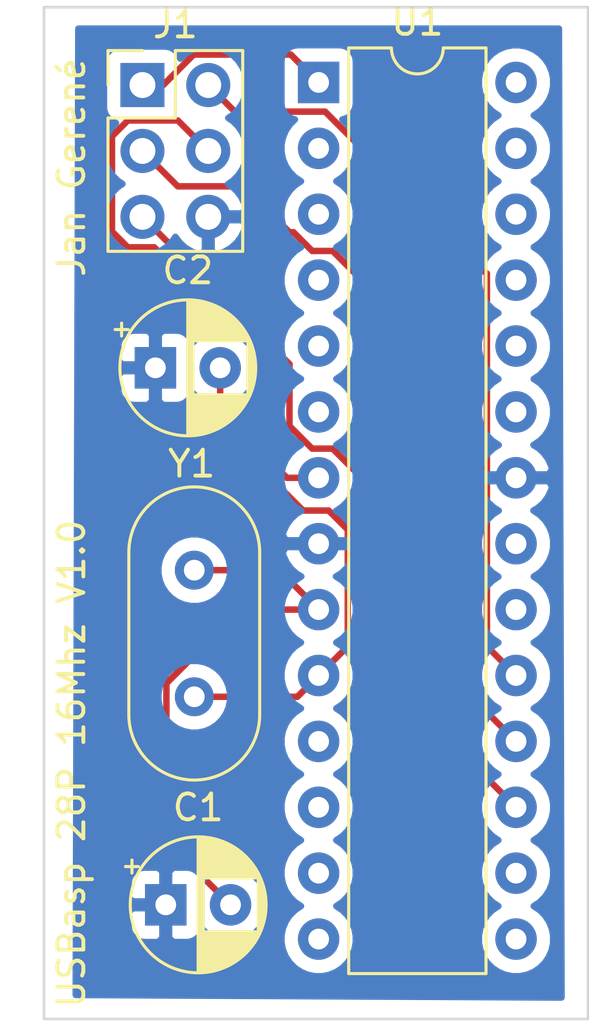
<source format=kicad_pcb>
(kicad_pcb (version 20171130) (host pcbnew "(5.1.7)-1")

  (general
    (thickness 1.6)
    (drawings 6)
    (tracks 53)
    (zones 0)
    (modules 5)
    (nets 9)
  )

  (page A4)
  (layers
    (0 F.Cu signal)
    (31 B.Cu signal hide)
    (32 B.Adhes user)
    (33 F.Adhes user)
    (34 B.Paste user)
    (35 F.Paste user)
    (36 B.SilkS user)
    (37 F.SilkS user)
    (38 B.Mask user)
    (39 F.Mask user)
    (40 Dwgs.User user)
    (41 Cmts.User user)
    (42 Eco1.User user)
    (43 Eco2.User user)
    (44 Edge.Cuts user)
    (45 Margin user)
    (46 B.CrtYd user)
    (47 F.CrtYd user)
    (48 B.Fab user)
    (49 F.Fab user)
  )

  (setup
    (last_trace_width 0.25)
    (trace_clearance 0.2)
    (zone_clearance 0.508)
    (zone_45_only no)
    (trace_min 0.2)
    (via_size 0.8)
    (via_drill 0.4)
    (via_min_size 0.4)
    (via_min_drill 0.3)
    (uvia_size 0.3)
    (uvia_drill 0.1)
    (uvias_allowed no)
    (uvia_min_size 0.2)
    (uvia_min_drill 0.1)
    (edge_width 0.05)
    (segment_width 0.2)
    (pcb_text_width 0.3)
    (pcb_text_size 1.5 1.5)
    (mod_edge_width 0.12)
    (mod_text_size 1 1)
    (mod_text_width 0.15)
    (pad_size 1.524 1.524)
    (pad_drill 0.762)
    (pad_to_mask_clearance 0)
    (aux_axis_origin 0 0)
    (visible_elements FFFFFF7F)
    (pcbplotparams
      (layerselection 0x010f0_ffffffff)
      (usegerberextensions false)
      (usegerberattributes true)
      (usegerberadvancedattributes true)
      (creategerberjobfile true)
      (excludeedgelayer true)
      (linewidth 0.100000)
      (plotframeref false)
      (viasonmask false)
      (mode 1)
      (useauxorigin false)
      (hpglpennumber 1)
      (hpglpenspeed 20)
      (hpglpendiameter 15.000000)
      (psnegative false)
      (psa4output false)
      (plotreference true)
      (plotvalue true)
      (plotinvisibletext false)
      (padsonsilk true)
      (subtractmaskfromsilk false)
      (outputformat 1)
      (mirror false)
      (drillshape 0)
      (scaleselection 1)
      (outputdirectory "gerbers/"))
  )

  (net 0 "")
  (net 1 GND)
  (net 2 "Net-(C1-Pad2)")
  (net 3 "Net-(C2-Pad2)")
  (net 4 "Net-(J1-Pad1)")
  (net 5 "Net-(J1-Pad2)")
  (net 6 "Net-(J1-Pad3)")
  (net 7 "Net-(J1-Pad4)")
  (net 8 "Net-(J1-Pad5)")

  (net_class Default "This is the default net class."
    (clearance 0.2)
    (trace_width 0.25)
    (via_dia 0.8)
    (via_drill 0.4)
    (uvia_dia 0.3)
    (uvia_drill 0.1)
    (add_net GND)
    (add_net "Net-(C1-Pad2)")
    (add_net "Net-(C2-Pad2)")
    (add_net "Net-(J1-Pad1)")
    (add_net "Net-(J1-Pad2)")
    (add_net "Net-(J1-Pad3)")
    (add_net "Net-(J1-Pad4)")
    (add_net "Net-(J1-Pad5)")
  )

  (module Capacitor_THT:CP_Radial_D5.0mm_P2.50mm (layer F.Cu) (tedit 5AE50EF0) (tstamp 5FC94EED)
    (at 134.7 118.6)
    (descr "CP, Radial series, Radial, pin pitch=2.50mm, , diameter=5mm, Electrolytic Capacitor")
    (tags "CP Radial series Radial pin pitch 2.50mm  diameter 5mm Electrolytic Capacitor")
    (path /5FC924BC)
    (fp_text reference C1 (at 1.25 -3.75) (layer F.SilkS)
      (effects (font (size 1 1) (thickness 0.15)))
    )
    (fp_text value 22pF (at 1.25 3.75) (layer F.Fab)
      (effects (font (size 1 1) (thickness 0.15)))
    )
    (fp_line (start -1.304775 -1.725) (end -1.304775 -1.225) (layer F.SilkS) (width 0.12))
    (fp_line (start -1.554775 -1.475) (end -1.054775 -1.475) (layer F.SilkS) (width 0.12))
    (fp_line (start 3.851 -0.284) (end 3.851 0.284) (layer F.SilkS) (width 0.12))
    (fp_line (start 3.811 -0.518) (end 3.811 0.518) (layer F.SilkS) (width 0.12))
    (fp_line (start 3.771 -0.677) (end 3.771 0.677) (layer F.SilkS) (width 0.12))
    (fp_line (start 3.731 -0.805) (end 3.731 0.805) (layer F.SilkS) (width 0.12))
    (fp_line (start 3.691 -0.915) (end 3.691 0.915) (layer F.SilkS) (width 0.12))
    (fp_line (start 3.651 -1.011) (end 3.651 1.011) (layer F.SilkS) (width 0.12))
    (fp_line (start 3.611 -1.098) (end 3.611 1.098) (layer F.SilkS) (width 0.12))
    (fp_line (start 3.571 -1.178) (end 3.571 1.178) (layer F.SilkS) (width 0.12))
    (fp_line (start 3.531 1.04) (end 3.531 1.251) (layer F.SilkS) (width 0.12))
    (fp_line (start 3.531 -1.251) (end 3.531 -1.04) (layer F.SilkS) (width 0.12))
    (fp_line (start 3.491 1.04) (end 3.491 1.319) (layer F.SilkS) (width 0.12))
    (fp_line (start 3.491 -1.319) (end 3.491 -1.04) (layer F.SilkS) (width 0.12))
    (fp_line (start 3.451 1.04) (end 3.451 1.383) (layer F.SilkS) (width 0.12))
    (fp_line (start 3.451 -1.383) (end 3.451 -1.04) (layer F.SilkS) (width 0.12))
    (fp_line (start 3.411 1.04) (end 3.411 1.443) (layer F.SilkS) (width 0.12))
    (fp_line (start 3.411 -1.443) (end 3.411 -1.04) (layer F.SilkS) (width 0.12))
    (fp_line (start 3.371 1.04) (end 3.371 1.5) (layer F.SilkS) (width 0.12))
    (fp_line (start 3.371 -1.5) (end 3.371 -1.04) (layer F.SilkS) (width 0.12))
    (fp_line (start 3.331 1.04) (end 3.331 1.554) (layer F.SilkS) (width 0.12))
    (fp_line (start 3.331 -1.554) (end 3.331 -1.04) (layer F.SilkS) (width 0.12))
    (fp_line (start 3.291 1.04) (end 3.291 1.605) (layer F.SilkS) (width 0.12))
    (fp_line (start 3.291 -1.605) (end 3.291 -1.04) (layer F.SilkS) (width 0.12))
    (fp_line (start 3.251 1.04) (end 3.251 1.653) (layer F.SilkS) (width 0.12))
    (fp_line (start 3.251 -1.653) (end 3.251 -1.04) (layer F.SilkS) (width 0.12))
    (fp_line (start 3.211 1.04) (end 3.211 1.699) (layer F.SilkS) (width 0.12))
    (fp_line (start 3.211 -1.699) (end 3.211 -1.04) (layer F.SilkS) (width 0.12))
    (fp_line (start 3.171 1.04) (end 3.171 1.743) (layer F.SilkS) (width 0.12))
    (fp_line (start 3.171 -1.743) (end 3.171 -1.04) (layer F.SilkS) (width 0.12))
    (fp_line (start 3.131 1.04) (end 3.131 1.785) (layer F.SilkS) (width 0.12))
    (fp_line (start 3.131 -1.785) (end 3.131 -1.04) (layer F.SilkS) (width 0.12))
    (fp_line (start 3.091 1.04) (end 3.091 1.826) (layer F.SilkS) (width 0.12))
    (fp_line (start 3.091 -1.826) (end 3.091 -1.04) (layer F.SilkS) (width 0.12))
    (fp_line (start 3.051 1.04) (end 3.051 1.864) (layer F.SilkS) (width 0.12))
    (fp_line (start 3.051 -1.864) (end 3.051 -1.04) (layer F.SilkS) (width 0.12))
    (fp_line (start 3.011 1.04) (end 3.011 1.901) (layer F.SilkS) (width 0.12))
    (fp_line (start 3.011 -1.901) (end 3.011 -1.04) (layer F.SilkS) (width 0.12))
    (fp_line (start 2.971 1.04) (end 2.971 1.937) (layer F.SilkS) (width 0.12))
    (fp_line (start 2.971 -1.937) (end 2.971 -1.04) (layer F.SilkS) (width 0.12))
    (fp_line (start 2.931 1.04) (end 2.931 1.971) (layer F.SilkS) (width 0.12))
    (fp_line (start 2.931 -1.971) (end 2.931 -1.04) (layer F.SilkS) (width 0.12))
    (fp_line (start 2.891 1.04) (end 2.891 2.004) (layer F.SilkS) (width 0.12))
    (fp_line (start 2.891 -2.004) (end 2.891 -1.04) (layer F.SilkS) (width 0.12))
    (fp_line (start 2.851 1.04) (end 2.851 2.035) (layer F.SilkS) (width 0.12))
    (fp_line (start 2.851 -2.035) (end 2.851 -1.04) (layer F.SilkS) (width 0.12))
    (fp_line (start 2.811 1.04) (end 2.811 2.065) (layer F.SilkS) (width 0.12))
    (fp_line (start 2.811 -2.065) (end 2.811 -1.04) (layer F.SilkS) (width 0.12))
    (fp_line (start 2.771 1.04) (end 2.771 2.095) (layer F.SilkS) (width 0.12))
    (fp_line (start 2.771 -2.095) (end 2.771 -1.04) (layer F.SilkS) (width 0.12))
    (fp_line (start 2.731 1.04) (end 2.731 2.122) (layer F.SilkS) (width 0.12))
    (fp_line (start 2.731 -2.122) (end 2.731 -1.04) (layer F.SilkS) (width 0.12))
    (fp_line (start 2.691 1.04) (end 2.691 2.149) (layer F.SilkS) (width 0.12))
    (fp_line (start 2.691 -2.149) (end 2.691 -1.04) (layer F.SilkS) (width 0.12))
    (fp_line (start 2.651 1.04) (end 2.651 2.175) (layer F.SilkS) (width 0.12))
    (fp_line (start 2.651 -2.175) (end 2.651 -1.04) (layer F.SilkS) (width 0.12))
    (fp_line (start 2.611 1.04) (end 2.611 2.2) (layer F.SilkS) (width 0.12))
    (fp_line (start 2.611 -2.2) (end 2.611 -1.04) (layer F.SilkS) (width 0.12))
    (fp_line (start 2.571 1.04) (end 2.571 2.224) (layer F.SilkS) (width 0.12))
    (fp_line (start 2.571 -2.224) (end 2.571 -1.04) (layer F.SilkS) (width 0.12))
    (fp_line (start 2.531 1.04) (end 2.531 2.247) (layer F.SilkS) (width 0.12))
    (fp_line (start 2.531 -2.247) (end 2.531 -1.04) (layer F.SilkS) (width 0.12))
    (fp_line (start 2.491 1.04) (end 2.491 2.268) (layer F.SilkS) (width 0.12))
    (fp_line (start 2.491 -2.268) (end 2.491 -1.04) (layer F.SilkS) (width 0.12))
    (fp_line (start 2.451 1.04) (end 2.451 2.29) (layer F.SilkS) (width 0.12))
    (fp_line (start 2.451 -2.29) (end 2.451 -1.04) (layer F.SilkS) (width 0.12))
    (fp_line (start 2.411 1.04) (end 2.411 2.31) (layer F.SilkS) (width 0.12))
    (fp_line (start 2.411 -2.31) (end 2.411 -1.04) (layer F.SilkS) (width 0.12))
    (fp_line (start 2.371 1.04) (end 2.371 2.329) (layer F.SilkS) (width 0.12))
    (fp_line (start 2.371 -2.329) (end 2.371 -1.04) (layer F.SilkS) (width 0.12))
    (fp_line (start 2.331 1.04) (end 2.331 2.348) (layer F.SilkS) (width 0.12))
    (fp_line (start 2.331 -2.348) (end 2.331 -1.04) (layer F.SilkS) (width 0.12))
    (fp_line (start 2.291 1.04) (end 2.291 2.365) (layer F.SilkS) (width 0.12))
    (fp_line (start 2.291 -2.365) (end 2.291 -1.04) (layer F.SilkS) (width 0.12))
    (fp_line (start 2.251 1.04) (end 2.251 2.382) (layer F.SilkS) (width 0.12))
    (fp_line (start 2.251 -2.382) (end 2.251 -1.04) (layer F.SilkS) (width 0.12))
    (fp_line (start 2.211 1.04) (end 2.211 2.398) (layer F.SilkS) (width 0.12))
    (fp_line (start 2.211 -2.398) (end 2.211 -1.04) (layer F.SilkS) (width 0.12))
    (fp_line (start 2.171 1.04) (end 2.171 2.414) (layer F.SilkS) (width 0.12))
    (fp_line (start 2.171 -2.414) (end 2.171 -1.04) (layer F.SilkS) (width 0.12))
    (fp_line (start 2.131 1.04) (end 2.131 2.428) (layer F.SilkS) (width 0.12))
    (fp_line (start 2.131 -2.428) (end 2.131 -1.04) (layer F.SilkS) (width 0.12))
    (fp_line (start 2.091 1.04) (end 2.091 2.442) (layer F.SilkS) (width 0.12))
    (fp_line (start 2.091 -2.442) (end 2.091 -1.04) (layer F.SilkS) (width 0.12))
    (fp_line (start 2.051 1.04) (end 2.051 2.455) (layer F.SilkS) (width 0.12))
    (fp_line (start 2.051 -2.455) (end 2.051 -1.04) (layer F.SilkS) (width 0.12))
    (fp_line (start 2.011 1.04) (end 2.011 2.468) (layer F.SilkS) (width 0.12))
    (fp_line (start 2.011 -2.468) (end 2.011 -1.04) (layer F.SilkS) (width 0.12))
    (fp_line (start 1.971 1.04) (end 1.971 2.48) (layer F.SilkS) (width 0.12))
    (fp_line (start 1.971 -2.48) (end 1.971 -1.04) (layer F.SilkS) (width 0.12))
    (fp_line (start 1.93 1.04) (end 1.93 2.491) (layer F.SilkS) (width 0.12))
    (fp_line (start 1.93 -2.491) (end 1.93 -1.04) (layer F.SilkS) (width 0.12))
    (fp_line (start 1.89 1.04) (end 1.89 2.501) (layer F.SilkS) (width 0.12))
    (fp_line (start 1.89 -2.501) (end 1.89 -1.04) (layer F.SilkS) (width 0.12))
    (fp_line (start 1.85 1.04) (end 1.85 2.511) (layer F.SilkS) (width 0.12))
    (fp_line (start 1.85 -2.511) (end 1.85 -1.04) (layer F.SilkS) (width 0.12))
    (fp_line (start 1.81 1.04) (end 1.81 2.52) (layer F.SilkS) (width 0.12))
    (fp_line (start 1.81 -2.52) (end 1.81 -1.04) (layer F.SilkS) (width 0.12))
    (fp_line (start 1.77 1.04) (end 1.77 2.528) (layer F.SilkS) (width 0.12))
    (fp_line (start 1.77 -2.528) (end 1.77 -1.04) (layer F.SilkS) (width 0.12))
    (fp_line (start 1.73 1.04) (end 1.73 2.536) (layer F.SilkS) (width 0.12))
    (fp_line (start 1.73 -2.536) (end 1.73 -1.04) (layer F.SilkS) (width 0.12))
    (fp_line (start 1.69 1.04) (end 1.69 2.543) (layer F.SilkS) (width 0.12))
    (fp_line (start 1.69 -2.543) (end 1.69 -1.04) (layer F.SilkS) (width 0.12))
    (fp_line (start 1.65 1.04) (end 1.65 2.55) (layer F.SilkS) (width 0.12))
    (fp_line (start 1.65 -2.55) (end 1.65 -1.04) (layer F.SilkS) (width 0.12))
    (fp_line (start 1.61 1.04) (end 1.61 2.556) (layer F.SilkS) (width 0.12))
    (fp_line (start 1.61 -2.556) (end 1.61 -1.04) (layer F.SilkS) (width 0.12))
    (fp_line (start 1.57 1.04) (end 1.57 2.561) (layer F.SilkS) (width 0.12))
    (fp_line (start 1.57 -2.561) (end 1.57 -1.04) (layer F.SilkS) (width 0.12))
    (fp_line (start 1.53 1.04) (end 1.53 2.565) (layer F.SilkS) (width 0.12))
    (fp_line (start 1.53 -2.565) (end 1.53 -1.04) (layer F.SilkS) (width 0.12))
    (fp_line (start 1.49 1.04) (end 1.49 2.569) (layer F.SilkS) (width 0.12))
    (fp_line (start 1.49 -2.569) (end 1.49 -1.04) (layer F.SilkS) (width 0.12))
    (fp_line (start 1.45 -2.573) (end 1.45 2.573) (layer F.SilkS) (width 0.12))
    (fp_line (start 1.41 -2.576) (end 1.41 2.576) (layer F.SilkS) (width 0.12))
    (fp_line (start 1.37 -2.578) (end 1.37 2.578) (layer F.SilkS) (width 0.12))
    (fp_line (start 1.33 -2.579) (end 1.33 2.579) (layer F.SilkS) (width 0.12))
    (fp_line (start 1.29 -2.58) (end 1.29 2.58) (layer F.SilkS) (width 0.12))
    (fp_line (start 1.25 -2.58) (end 1.25 2.58) (layer F.SilkS) (width 0.12))
    (fp_line (start -0.633605 -1.3375) (end -0.633605 -0.8375) (layer F.Fab) (width 0.1))
    (fp_line (start -0.883605 -1.0875) (end -0.383605 -1.0875) (layer F.Fab) (width 0.1))
    (fp_circle (center 1.25 0) (end 4 0) (layer F.CrtYd) (width 0.05))
    (fp_circle (center 1.25 0) (end 3.87 0) (layer F.SilkS) (width 0.12))
    (fp_circle (center 1.25 0) (end 3.75 0) (layer F.Fab) (width 0.1))
    (fp_text user %R (at 1.25 0) (layer F.Fab)
      (effects (font (size 1 1) (thickness 0.15)))
    )
    (pad 1 thru_hole rect (at 0 0) (size 1.6 1.6) (drill 0.8) (layers *.Cu *.Mask)
      (net 1 GND))
    (pad 2 thru_hole circle (at 2.5 0) (size 1.6 1.6) (drill 0.8) (layers *.Cu *.Mask)
      (net 2 "Net-(C1-Pad2)"))
    (model ${KISYS3DMOD}/Capacitor_THT.3dshapes/CP_Radial_D5.0mm_P2.50mm.wrl
      (at (xyz 0 0 0))
      (scale (xyz 1 1 1))
      (rotate (xyz 0 0 0))
    )
  )

  (module Capacitor_THT:CP_Radial_D5.0mm_P2.50mm (layer F.Cu) (tedit 5AE50EF0) (tstamp 5FC94F71)
    (at 134.3 97.9)
    (descr "CP, Radial series, Radial, pin pitch=2.50mm, , diameter=5mm, Electrolytic Capacitor")
    (tags "CP Radial series Radial pin pitch 2.50mm  diameter 5mm Electrolytic Capacitor")
    (path /5FC92A4D)
    (fp_text reference C2 (at 1.25 -3.75) (layer F.SilkS)
      (effects (font (size 1 1) (thickness 0.15)))
    )
    (fp_text value 22pF (at 1.25 3.75) (layer F.Fab)
      (effects (font (size 1 1) (thickness 0.15)))
    )
    (fp_text user %R (at 1.25 0) (layer F.Fab)
      (effects (font (size 1 1) (thickness 0.15)))
    )
    (fp_circle (center 1.25 0) (end 3.75 0) (layer F.Fab) (width 0.1))
    (fp_circle (center 1.25 0) (end 3.87 0) (layer F.SilkS) (width 0.12))
    (fp_circle (center 1.25 0) (end 4 0) (layer F.CrtYd) (width 0.05))
    (fp_line (start -0.883605 -1.0875) (end -0.383605 -1.0875) (layer F.Fab) (width 0.1))
    (fp_line (start -0.633605 -1.3375) (end -0.633605 -0.8375) (layer F.Fab) (width 0.1))
    (fp_line (start 1.25 -2.58) (end 1.25 2.58) (layer F.SilkS) (width 0.12))
    (fp_line (start 1.29 -2.58) (end 1.29 2.58) (layer F.SilkS) (width 0.12))
    (fp_line (start 1.33 -2.579) (end 1.33 2.579) (layer F.SilkS) (width 0.12))
    (fp_line (start 1.37 -2.578) (end 1.37 2.578) (layer F.SilkS) (width 0.12))
    (fp_line (start 1.41 -2.576) (end 1.41 2.576) (layer F.SilkS) (width 0.12))
    (fp_line (start 1.45 -2.573) (end 1.45 2.573) (layer F.SilkS) (width 0.12))
    (fp_line (start 1.49 -2.569) (end 1.49 -1.04) (layer F.SilkS) (width 0.12))
    (fp_line (start 1.49 1.04) (end 1.49 2.569) (layer F.SilkS) (width 0.12))
    (fp_line (start 1.53 -2.565) (end 1.53 -1.04) (layer F.SilkS) (width 0.12))
    (fp_line (start 1.53 1.04) (end 1.53 2.565) (layer F.SilkS) (width 0.12))
    (fp_line (start 1.57 -2.561) (end 1.57 -1.04) (layer F.SilkS) (width 0.12))
    (fp_line (start 1.57 1.04) (end 1.57 2.561) (layer F.SilkS) (width 0.12))
    (fp_line (start 1.61 -2.556) (end 1.61 -1.04) (layer F.SilkS) (width 0.12))
    (fp_line (start 1.61 1.04) (end 1.61 2.556) (layer F.SilkS) (width 0.12))
    (fp_line (start 1.65 -2.55) (end 1.65 -1.04) (layer F.SilkS) (width 0.12))
    (fp_line (start 1.65 1.04) (end 1.65 2.55) (layer F.SilkS) (width 0.12))
    (fp_line (start 1.69 -2.543) (end 1.69 -1.04) (layer F.SilkS) (width 0.12))
    (fp_line (start 1.69 1.04) (end 1.69 2.543) (layer F.SilkS) (width 0.12))
    (fp_line (start 1.73 -2.536) (end 1.73 -1.04) (layer F.SilkS) (width 0.12))
    (fp_line (start 1.73 1.04) (end 1.73 2.536) (layer F.SilkS) (width 0.12))
    (fp_line (start 1.77 -2.528) (end 1.77 -1.04) (layer F.SilkS) (width 0.12))
    (fp_line (start 1.77 1.04) (end 1.77 2.528) (layer F.SilkS) (width 0.12))
    (fp_line (start 1.81 -2.52) (end 1.81 -1.04) (layer F.SilkS) (width 0.12))
    (fp_line (start 1.81 1.04) (end 1.81 2.52) (layer F.SilkS) (width 0.12))
    (fp_line (start 1.85 -2.511) (end 1.85 -1.04) (layer F.SilkS) (width 0.12))
    (fp_line (start 1.85 1.04) (end 1.85 2.511) (layer F.SilkS) (width 0.12))
    (fp_line (start 1.89 -2.501) (end 1.89 -1.04) (layer F.SilkS) (width 0.12))
    (fp_line (start 1.89 1.04) (end 1.89 2.501) (layer F.SilkS) (width 0.12))
    (fp_line (start 1.93 -2.491) (end 1.93 -1.04) (layer F.SilkS) (width 0.12))
    (fp_line (start 1.93 1.04) (end 1.93 2.491) (layer F.SilkS) (width 0.12))
    (fp_line (start 1.971 -2.48) (end 1.971 -1.04) (layer F.SilkS) (width 0.12))
    (fp_line (start 1.971 1.04) (end 1.971 2.48) (layer F.SilkS) (width 0.12))
    (fp_line (start 2.011 -2.468) (end 2.011 -1.04) (layer F.SilkS) (width 0.12))
    (fp_line (start 2.011 1.04) (end 2.011 2.468) (layer F.SilkS) (width 0.12))
    (fp_line (start 2.051 -2.455) (end 2.051 -1.04) (layer F.SilkS) (width 0.12))
    (fp_line (start 2.051 1.04) (end 2.051 2.455) (layer F.SilkS) (width 0.12))
    (fp_line (start 2.091 -2.442) (end 2.091 -1.04) (layer F.SilkS) (width 0.12))
    (fp_line (start 2.091 1.04) (end 2.091 2.442) (layer F.SilkS) (width 0.12))
    (fp_line (start 2.131 -2.428) (end 2.131 -1.04) (layer F.SilkS) (width 0.12))
    (fp_line (start 2.131 1.04) (end 2.131 2.428) (layer F.SilkS) (width 0.12))
    (fp_line (start 2.171 -2.414) (end 2.171 -1.04) (layer F.SilkS) (width 0.12))
    (fp_line (start 2.171 1.04) (end 2.171 2.414) (layer F.SilkS) (width 0.12))
    (fp_line (start 2.211 -2.398) (end 2.211 -1.04) (layer F.SilkS) (width 0.12))
    (fp_line (start 2.211 1.04) (end 2.211 2.398) (layer F.SilkS) (width 0.12))
    (fp_line (start 2.251 -2.382) (end 2.251 -1.04) (layer F.SilkS) (width 0.12))
    (fp_line (start 2.251 1.04) (end 2.251 2.382) (layer F.SilkS) (width 0.12))
    (fp_line (start 2.291 -2.365) (end 2.291 -1.04) (layer F.SilkS) (width 0.12))
    (fp_line (start 2.291 1.04) (end 2.291 2.365) (layer F.SilkS) (width 0.12))
    (fp_line (start 2.331 -2.348) (end 2.331 -1.04) (layer F.SilkS) (width 0.12))
    (fp_line (start 2.331 1.04) (end 2.331 2.348) (layer F.SilkS) (width 0.12))
    (fp_line (start 2.371 -2.329) (end 2.371 -1.04) (layer F.SilkS) (width 0.12))
    (fp_line (start 2.371 1.04) (end 2.371 2.329) (layer F.SilkS) (width 0.12))
    (fp_line (start 2.411 -2.31) (end 2.411 -1.04) (layer F.SilkS) (width 0.12))
    (fp_line (start 2.411 1.04) (end 2.411 2.31) (layer F.SilkS) (width 0.12))
    (fp_line (start 2.451 -2.29) (end 2.451 -1.04) (layer F.SilkS) (width 0.12))
    (fp_line (start 2.451 1.04) (end 2.451 2.29) (layer F.SilkS) (width 0.12))
    (fp_line (start 2.491 -2.268) (end 2.491 -1.04) (layer F.SilkS) (width 0.12))
    (fp_line (start 2.491 1.04) (end 2.491 2.268) (layer F.SilkS) (width 0.12))
    (fp_line (start 2.531 -2.247) (end 2.531 -1.04) (layer F.SilkS) (width 0.12))
    (fp_line (start 2.531 1.04) (end 2.531 2.247) (layer F.SilkS) (width 0.12))
    (fp_line (start 2.571 -2.224) (end 2.571 -1.04) (layer F.SilkS) (width 0.12))
    (fp_line (start 2.571 1.04) (end 2.571 2.224) (layer F.SilkS) (width 0.12))
    (fp_line (start 2.611 -2.2) (end 2.611 -1.04) (layer F.SilkS) (width 0.12))
    (fp_line (start 2.611 1.04) (end 2.611 2.2) (layer F.SilkS) (width 0.12))
    (fp_line (start 2.651 -2.175) (end 2.651 -1.04) (layer F.SilkS) (width 0.12))
    (fp_line (start 2.651 1.04) (end 2.651 2.175) (layer F.SilkS) (width 0.12))
    (fp_line (start 2.691 -2.149) (end 2.691 -1.04) (layer F.SilkS) (width 0.12))
    (fp_line (start 2.691 1.04) (end 2.691 2.149) (layer F.SilkS) (width 0.12))
    (fp_line (start 2.731 -2.122) (end 2.731 -1.04) (layer F.SilkS) (width 0.12))
    (fp_line (start 2.731 1.04) (end 2.731 2.122) (layer F.SilkS) (width 0.12))
    (fp_line (start 2.771 -2.095) (end 2.771 -1.04) (layer F.SilkS) (width 0.12))
    (fp_line (start 2.771 1.04) (end 2.771 2.095) (layer F.SilkS) (width 0.12))
    (fp_line (start 2.811 -2.065) (end 2.811 -1.04) (layer F.SilkS) (width 0.12))
    (fp_line (start 2.811 1.04) (end 2.811 2.065) (layer F.SilkS) (width 0.12))
    (fp_line (start 2.851 -2.035) (end 2.851 -1.04) (layer F.SilkS) (width 0.12))
    (fp_line (start 2.851 1.04) (end 2.851 2.035) (layer F.SilkS) (width 0.12))
    (fp_line (start 2.891 -2.004) (end 2.891 -1.04) (layer F.SilkS) (width 0.12))
    (fp_line (start 2.891 1.04) (end 2.891 2.004) (layer F.SilkS) (width 0.12))
    (fp_line (start 2.931 -1.971) (end 2.931 -1.04) (layer F.SilkS) (width 0.12))
    (fp_line (start 2.931 1.04) (end 2.931 1.971) (layer F.SilkS) (width 0.12))
    (fp_line (start 2.971 -1.937) (end 2.971 -1.04) (layer F.SilkS) (width 0.12))
    (fp_line (start 2.971 1.04) (end 2.971 1.937) (layer F.SilkS) (width 0.12))
    (fp_line (start 3.011 -1.901) (end 3.011 -1.04) (layer F.SilkS) (width 0.12))
    (fp_line (start 3.011 1.04) (end 3.011 1.901) (layer F.SilkS) (width 0.12))
    (fp_line (start 3.051 -1.864) (end 3.051 -1.04) (layer F.SilkS) (width 0.12))
    (fp_line (start 3.051 1.04) (end 3.051 1.864) (layer F.SilkS) (width 0.12))
    (fp_line (start 3.091 -1.826) (end 3.091 -1.04) (layer F.SilkS) (width 0.12))
    (fp_line (start 3.091 1.04) (end 3.091 1.826) (layer F.SilkS) (width 0.12))
    (fp_line (start 3.131 -1.785) (end 3.131 -1.04) (layer F.SilkS) (width 0.12))
    (fp_line (start 3.131 1.04) (end 3.131 1.785) (layer F.SilkS) (width 0.12))
    (fp_line (start 3.171 -1.743) (end 3.171 -1.04) (layer F.SilkS) (width 0.12))
    (fp_line (start 3.171 1.04) (end 3.171 1.743) (layer F.SilkS) (width 0.12))
    (fp_line (start 3.211 -1.699) (end 3.211 -1.04) (layer F.SilkS) (width 0.12))
    (fp_line (start 3.211 1.04) (end 3.211 1.699) (layer F.SilkS) (width 0.12))
    (fp_line (start 3.251 -1.653) (end 3.251 -1.04) (layer F.SilkS) (width 0.12))
    (fp_line (start 3.251 1.04) (end 3.251 1.653) (layer F.SilkS) (width 0.12))
    (fp_line (start 3.291 -1.605) (end 3.291 -1.04) (layer F.SilkS) (width 0.12))
    (fp_line (start 3.291 1.04) (end 3.291 1.605) (layer F.SilkS) (width 0.12))
    (fp_line (start 3.331 -1.554) (end 3.331 -1.04) (layer F.SilkS) (width 0.12))
    (fp_line (start 3.331 1.04) (end 3.331 1.554) (layer F.SilkS) (width 0.12))
    (fp_line (start 3.371 -1.5) (end 3.371 -1.04) (layer F.SilkS) (width 0.12))
    (fp_line (start 3.371 1.04) (end 3.371 1.5) (layer F.SilkS) (width 0.12))
    (fp_line (start 3.411 -1.443) (end 3.411 -1.04) (layer F.SilkS) (width 0.12))
    (fp_line (start 3.411 1.04) (end 3.411 1.443) (layer F.SilkS) (width 0.12))
    (fp_line (start 3.451 -1.383) (end 3.451 -1.04) (layer F.SilkS) (width 0.12))
    (fp_line (start 3.451 1.04) (end 3.451 1.383) (layer F.SilkS) (width 0.12))
    (fp_line (start 3.491 -1.319) (end 3.491 -1.04) (layer F.SilkS) (width 0.12))
    (fp_line (start 3.491 1.04) (end 3.491 1.319) (layer F.SilkS) (width 0.12))
    (fp_line (start 3.531 -1.251) (end 3.531 -1.04) (layer F.SilkS) (width 0.12))
    (fp_line (start 3.531 1.04) (end 3.531 1.251) (layer F.SilkS) (width 0.12))
    (fp_line (start 3.571 -1.178) (end 3.571 1.178) (layer F.SilkS) (width 0.12))
    (fp_line (start 3.611 -1.098) (end 3.611 1.098) (layer F.SilkS) (width 0.12))
    (fp_line (start 3.651 -1.011) (end 3.651 1.011) (layer F.SilkS) (width 0.12))
    (fp_line (start 3.691 -0.915) (end 3.691 0.915) (layer F.SilkS) (width 0.12))
    (fp_line (start 3.731 -0.805) (end 3.731 0.805) (layer F.SilkS) (width 0.12))
    (fp_line (start 3.771 -0.677) (end 3.771 0.677) (layer F.SilkS) (width 0.12))
    (fp_line (start 3.811 -0.518) (end 3.811 0.518) (layer F.SilkS) (width 0.12))
    (fp_line (start 3.851 -0.284) (end 3.851 0.284) (layer F.SilkS) (width 0.12))
    (fp_line (start -1.554775 -1.475) (end -1.054775 -1.475) (layer F.SilkS) (width 0.12))
    (fp_line (start -1.304775 -1.725) (end -1.304775 -1.225) (layer F.SilkS) (width 0.12))
    (pad 2 thru_hole circle (at 2.5 0) (size 1.6 1.6) (drill 0.8) (layers *.Cu *.Mask)
      (net 3 "Net-(C2-Pad2)"))
    (pad 1 thru_hole rect (at 0 0) (size 1.6 1.6) (drill 0.8) (layers *.Cu *.Mask)
      (net 1 GND))
    (model ${KISYS3DMOD}/Capacitor_THT.3dshapes/CP_Radial_D5.0mm_P2.50mm.wrl
      (at (xyz 0 0 0))
      (scale (xyz 1 1 1))
      (rotate (xyz 0 0 0))
    )
  )

  (module Connector_PinHeader_2.54mm:PinHeader_2x03_P2.54mm_Vertical (layer F.Cu) (tedit 59FED5CC) (tstamp 5FC94F8D)
    (at 133.8 87)
    (descr "Through hole straight pin header, 2x03, 2.54mm pitch, double rows")
    (tags "Through hole pin header THT 2x03 2.54mm double row")
    (path /5FC8C814)
    (fp_text reference J1 (at 1.27 -2.33) (layer F.SilkS)
      (effects (font (size 1 1) (thickness 0.15)))
    )
    (fp_text value Conn_01x06_Male (at 1.27 7.41) (layer F.Fab)
      (effects (font (size 1 1) (thickness 0.15)))
    )
    (fp_line (start 4.35 -1.8) (end -1.8 -1.8) (layer F.CrtYd) (width 0.05))
    (fp_line (start 4.35 6.85) (end 4.35 -1.8) (layer F.CrtYd) (width 0.05))
    (fp_line (start -1.8 6.85) (end 4.35 6.85) (layer F.CrtYd) (width 0.05))
    (fp_line (start -1.8 -1.8) (end -1.8 6.85) (layer F.CrtYd) (width 0.05))
    (fp_line (start -1.33 -1.33) (end 0 -1.33) (layer F.SilkS) (width 0.12))
    (fp_line (start -1.33 0) (end -1.33 -1.33) (layer F.SilkS) (width 0.12))
    (fp_line (start 1.27 -1.33) (end 3.87 -1.33) (layer F.SilkS) (width 0.12))
    (fp_line (start 1.27 1.27) (end 1.27 -1.33) (layer F.SilkS) (width 0.12))
    (fp_line (start -1.33 1.27) (end 1.27 1.27) (layer F.SilkS) (width 0.12))
    (fp_line (start 3.87 -1.33) (end 3.87 6.41) (layer F.SilkS) (width 0.12))
    (fp_line (start -1.33 1.27) (end -1.33 6.41) (layer F.SilkS) (width 0.12))
    (fp_line (start -1.33 6.41) (end 3.87 6.41) (layer F.SilkS) (width 0.12))
    (fp_line (start -1.27 0) (end 0 -1.27) (layer F.Fab) (width 0.1))
    (fp_line (start -1.27 6.35) (end -1.27 0) (layer F.Fab) (width 0.1))
    (fp_line (start 3.81 6.35) (end -1.27 6.35) (layer F.Fab) (width 0.1))
    (fp_line (start 3.81 -1.27) (end 3.81 6.35) (layer F.Fab) (width 0.1))
    (fp_line (start 0 -1.27) (end 3.81 -1.27) (layer F.Fab) (width 0.1))
    (fp_text user %R (at 1.27 2.54 90) (layer F.Fab)
      (effects (font (size 1 1) (thickness 0.15)))
    )
    (pad 1 thru_hole rect (at 0 0) (size 1.7 1.7) (drill 1) (layers *.Cu *.Mask)
      (net 4 "Net-(J1-Pad1)"))
    (pad 2 thru_hole oval (at 2.54 0) (size 1.7 1.7) (drill 1) (layers *.Cu *.Mask)
      (net 5 "Net-(J1-Pad2)"))
    (pad 3 thru_hole oval (at 0 2.54) (size 1.7 1.7) (drill 1) (layers *.Cu *.Mask)
      (net 6 "Net-(J1-Pad3)"))
    (pad 4 thru_hole oval (at 2.54 2.54) (size 1.7 1.7) (drill 1) (layers *.Cu *.Mask)
      (net 7 "Net-(J1-Pad4)"))
    (pad 5 thru_hole oval (at 0 5.08) (size 1.7 1.7) (drill 1) (layers *.Cu *.Mask)
      (net 8 "Net-(J1-Pad5)"))
    (pad 6 thru_hole oval (at 2.54 5.08) (size 1.7 1.7) (drill 1) (layers *.Cu *.Mask)
      (net 1 GND))
    (model ${KISYS3DMOD}/Connector_PinHeader_2.54mm.3dshapes/PinHeader_2x03_P2.54mm_Vertical.wrl
      (at (xyz 0 0 0))
      (scale (xyz 1 1 1))
      (rotate (xyz 0 0 0))
    )
  )

  (module Package_DIP:DIP-28_W7.62mm (layer F.Cu) (tedit 5A02E8C5) (tstamp 5FC94FBD)
    (at 140.6 86.9)
    (descr "28-lead though-hole mounted DIP package, row spacing 7.62 mm (300 mils)")
    (tags "THT DIP DIL PDIP 2.54mm 7.62mm 300mil")
    (path /5FC8D473)
    (fp_text reference U1 (at 3.81 -2.33) (layer F.SilkS)
      (effects (font (size 1 1) (thickness 0.15)))
    )
    (fp_text value ATmega328P-PU (at 3.81 35.35) (layer F.Fab)
      (effects (font (size 1 1) (thickness 0.15)))
    )
    (fp_line (start 8.7 -1.55) (end -1.1 -1.55) (layer F.CrtYd) (width 0.05))
    (fp_line (start 8.7 34.55) (end 8.7 -1.55) (layer F.CrtYd) (width 0.05))
    (fp_line (start -1.1 34.55) (end 8.7 34.55) (layer F.CrtYd) (width 0.05))
    (fp_line (start -1.1 -1.55) (end -1.1 34.55) (layer F.CrtYd) (width 0.05))
    (fp_line (start 6.46 -1.33) (end 4.81 -1.33) (layer F.SilkS) (width 0.12))
    (fp_line (start 6.46 34.35) (end 6.46 -1.33) (layer F.SilkS) (width 0.12))
    (fp_line (start 1.16 34.35) (end 6.46 34.35) (layer F.SilkS) (width 0.12))
    (fp_line (start 1.16 -1.33) (end 1.16 34.35) (layer F.SilkS) (width 0.12))
    (fp_line (start 2.81 -1.33) (end 1.16 -1.33) (layer F.SilkS) (width 0.12))
    (fp_line (start 0.635 -0.27) (end 1.635 -1.27) (layer F.Fab) (width 0.1))
    (fp_line (start 0.635 34.29) (end 0.635 -0.27) (layer F.Fab) (width 0.1))
    (fp_line (start 6.985 34.29) (end 0.635 34.29) (layer F.Fab) (width 0.1))
    (fp_line (start 6.985 -1.27) (end 6.985 34.29) (layer F.Fab) (width 0.1))
    (fp_line (start 1.635 -1.27) (end 6.985 -1.27) (layer F.Fab) (width 0.1))
    (fp_arc (start 3.81 -1.33) (end 2.81 -1.33) (angle -180) (layer F.SilkS) (width 0.12))
    (fp_text user %R (at 3.81 16.51) (layer F.Fab)
      (effects (font (size 1 1) (thickness 0.15)))
    )
    (pad 1 thru_hole rect (at 0 0) (size 1.6 1.6) (drill 0.8) (layers *.Cu *.Mask)
      (net 4 "Net-(J1-Pad1)"))
    (pad 15 thru_hole oval (at 7.62 33.02) (size 1.6 1.6) (drill 0.8) (layers *.Cu *.Mask))
    (pad 2 thru_hole oval (at 0 2.54) (size 1.6 1.6) (drill 0.8) (layers *.Cu *.Mask))
    (pad 16 thru_hole oval (at 7.62 30.48) (size 1.6 1.6) (drill 0.8) (layers *.Cu *.Mask))
    (pad 3 thru_hole oval (at 0 5.08) (size 1.6 1.6) (drill 0.8) (layers *.Cu *.Mask))
    (pad 17 thru_hole oval (at 7.62 27.94) (size 1.6 1.6) (drill 0.8) (layers *.Cu *.Mask)
      (net 8 "Net-(J1-Pad5)"))
    (pad 4 thru_hole oval (at 0 7.62) (size 1.6 1.6) (drill 0.8) (layers *.Cu *.Mask))
    (pad 18 thru_hole oval (at 7.62 25.4) (size 1.6 1.6) (drill 0.8) (layers *.Cu *.Mask)
      (net 6 "Net-(J1-Pad3)"))
    (pad 5 thru_hole oval (at 0 10.16) (size 1.6 1.6) (drill 0.8) (layers *.Cu *.Mask))
    (pad 19 thru_hole oval (at 7.62 22.86) (size 1.6 1.6) (drill 0.8) (layers *.Cu *.Mask)
      (net 5 "Net-(J1-Pad2)"))
    (pad 6 thru_hole oval (at 0 12.7) (size 1.6 1.6) (drill 0.8) (layers *.Cu *.Mask))
    (pad 20 thru_hole oval (at 7.62 20.32) (size 1.6 1.6) (drill 0.8) (layers *.Cu *.Mask))
    (pad 7 thru_hole oval (at 0 15.24) (size 1.6 1.6) (drill 0.8) (layers *.Cu *.Mask)
      (net 7 "Net-(J1-Pad4)"))
    (pad 21 thru_hole oval (at 7.62 17.78) (size 1.6 1.6) (drill 0.8) (layers *.Cu *.Mask))
    (pad 8 thru_hole oval (at 0 17.78) (size 1.6 1.6) (drill 0.8) (layers *.Cu *.Mask)
      (net 1 GND))
    (pad 22 thru_hole oval (at 7.62 15.24) (size 1.6 1.6) (drill 0.8) (layers *.Cu *.Mask)
      (net 1 GND))
    (pad 9 thru_hole oval (at 0 20.32) (size 1.6 1.6) (drill 0.8) (layers *.Cu *.Mask)
      (net 2 "Net-(C1-Pad2)"))
    (pad 23 thru_hole oval (at 7.62 12.7) (size 1.6 1.6) (drill 0.8) (layers *.Cu *.Mask))
    (pad 10 thru_hole oval (at 0 22.86) (size 1.6 1.6) (drill 0.8) (layers *.Cu *.Mask)
      (net 3 "Net-(C2-Pad2)"))
    (pad 24 thru_hole oval (at 7.62 10.16) (size 1.6 1.6) (drill 0.8) (layers *.Cu *.Mask))
    (pad 11 thru_hole oval (at 0 25.4) (size 1.6 1.6) (drill 0.8) (layers *.Cu *.Mask))
    (pad 25 thru_hole oval (at 7.62 7.62) (size 1.6 1.6) (drill 0.8) (layers *.Cu *.Mask))
    (pad 12 thru_hole oval (at 0 27.94) (size 1.6 1.6) (drill 0.8) (layers *.Cu *.Mask))
    (pad 26 thru_hole oval (at 7.62 5.08) (size 1.6 1.6) (drill 0.8) (layers *.Cu *.Mask))
    (pad 13 thru_hole oval (at 0 30.48) (size 1.6 1.6) (drill 0.8) (layers *.Cu *.Mask))
    (pad 27 thru_hole oval (at 7.62 2.54) (size 1.6 1.6) (drill 0.8) (layers *.Cu *.Mask))
    (pad 14 thru_hole oval (at 0 33.02) (size 1.6 1.6) (drill 0.8) (layers *.Cu *.Mask))
    (pad 28 thru_hole oval (at 7.62 0) (size 1.6 1.6) (drill 0.8) (layers *.Cu *.Mask))
    (model ${KISYS3DMOD}/Package_DIP.3dshapes/DIP-28_W7.62mm.wrl
      (at (xyz 0 0 0))
      (scale (xyz 1 1 1))
      (rotate (xyz 0 0 0))
    )
  )

  (module Crystal:Crystal_HC49-U_Vertical (layer F.Cu) (tedit 5A1AD3B8) (tstamp 5FC94FD4)
    (at 135.8 105.7 270)
    (descr "Crystal THT HC-49/U http://5hertz.com/pdfs/04404_D.pdf")
    (tags "THT crystalHC-49/U")
    (path /5FC91D07)
    (fp_text reference Y1 (at -4.1 0.1 180) (layer F.SilkS)
      (effects (font (size 1 1) (thickness 0.15)))
    )
    (fp_text value 16MHz (at 2.44 3.525 90) (layer F.Fab)
      (effects (font (size 1 1) (thickness 0.15)))
    )
    (fp_line (start 8.4 -2.8) (end -3.5 -2.8) (layer F.CrtYd) (width 0.05))
    (fp_line (start 8.4 2.8) (end 8.4 -2.8) (layer F.CrtYd) (width 0.05))
    (fp_line (start -3.5 2.8) (end 8.4 2.8) (layer F.CrtYd) (width 0.05))
    (fp_line (start -3.5 -2.8) (end -3.5 2.8) (layer F.CrtYd) (width 0.05))
    (fp_line (start -0.685 2.525) (end 5.565 2.525) (layer F.SilkS) (width 0.12))
    (fp_line (start -0.685 -2.525) (end 5.565 -2.525) (layer F.SilkS) (width 0.12))
    (fp_line (start -0.56 2) (end 5.44 2) (layer F.Fab) (width 0.1))
    (fp_line (start -0.56 -2) (end 5.44 -2) (layer F.Fab) (width 0.1))
    (fp_line (start -0.685 2.325) (end 5.565 2.325) (layer F.Fab) (width 0.1))
    (fp_line (start -0.685 -2.325) (end 5.565 -2.325) (layer F.Fab) (width 0.1))
    (fp_text user %R (at 2.324999 0.274999 90) (layer F.Fab)
      (effects (font (size 1 1) (thickness 0.15)))
    )
    (fp_arc (start -0.685 0) (end -0.685 -2.325) (angle -180) (layer F.Fab) (width 0.1))
    (fp_arc (start 5.565 0) (end 5.565 -2.325) (angle 180) (layer F.Fab) (width 0.1))
    (fp_arc (start -0.56 0) (end -0.56 -2) (angle -180) (layer F.Fab) (width 0.1))
    (fp_arc (start 5.44 0) (end 5.44 -2) (angle 180) (layer F.Fab) (width 0.1))
    (fp_arc (start -0.685 0) (end -0.685 -2.525) (angle -180) (layer F.SilkS) (width 0.12))
    (fp_arc (start 5.565 0) (end 5.565 -2.525) (angle 180) (layer F.SilkS) (width 0.12))
    (pad 1 thru_hole circle (at 0 0 270) (size 1.5 1.5) (drill 0.8) (layers *.Cu *.Mask)
      (net 2 "Net-(C1-Pad2)"))
    (pad 2 thru_hole circle (at 4.88 0 270) (size 1.5 1.5) (drill 0.8) (layers *.Cu *.Mask)
      (net 3 "Net-(C2-Pad2)"))
    (model ${KISYS3DMOD}/Crystal.3dshapes/Crystal_HC49-U_Vertical.wrl
      (at (xyz 0 0 0))
      (scale (xyz 1 1 1))
      (rotate (xyz 0 0 0))
    )
  )

  (gr_text "Jan Gerené" (at 131.064 90.17 90) (layer F.SilkS)
    (effects (font (size 1 1) (thickness 0.15)))
  )
  (gr_text "USBasp 28P 16Mhz V1.0 \n" (at 131.064 112.776 90) (layer F.SilkS)
    (effects (font (size 1 1) (thickness 0.15)))
  )
  (gr_line (start 151 84) (end 151 123) (layer Edge.Cuts) (width 0.1))
  (gr_line (start 130 84) (end 151 84) (layer Edge.Cuts) (width 0.1))
  (gr_line (start 130 123) (end 130 84) (layer Edge.Cuts) (width 0.1))
  (gr_line (start 151 123) (end 130 123) (layer Edge.Cuts) (width 0.1))

  (segment (start 139.08 105.7) (end 140.6 107.22) (width 0.25) (layer F.Cu) (net 2))
  (segment (start 135.8 105.7) (end 139.08 105.7) (width 0.25) (layer F.Cu) (net 2))
  (segment (start 137.568998 107.22) (end 140.6 107.22) (width 0.25) (layer F.Cu) (net 2))
  (segment (start 134.724999 110.063999) (end 137.568998 107.22) (width 0.25) (layer F.Cu) (net 2))
  (segment (start 134.724999 116.124999) (end 134.724999 110.063999) (width 0.25) (layer F.Cu) (net 2))
  (segment (start 137.2 118.6) (end 134.724999 116.124999) (width 0.25) (layer F.Cu) (net 2))
  (segment (start 139.78 110.58) (end 140.6 109.76) (width 0.25) (layer F.Cu) (net 3))
  (segment (start 135.8 110.58) (end 139.78 110.58) (width 0.25) (layer F.Cu) (net 3))
  (segment (start 141.725001 108.634999) (end 140.6 109.76) (width 0.25) (layer F.Cu) (net 3))
  (segment (start 141.725001 104.139999) (end 141.725001 108.634999) (width 0.25) (layer F.Cu) (net 3))
  (segment (start 140.986414 103.401412) (end 141.725001 104.139999) (width 0.25) (layer F.Cu) (net 3))
  (segment (start 140 103.401412) (end 140.986414 103.401412) (width 0.25) (layer F.Cu) (net 3))
  (segment (start 136.8 100.201412) (end 140 103.401412) (width 0.25) (layer F.Cu) (net 3))
  (segment (start 136.8 97.9) (end 136.8 100.201412) (width 0.25) (layer F.Cu) (net 3))
  (segment (start 139.524999 85.824999) (end 140.6 86.9) (width 0.25) (layer F.Cu) (net 4))
  (segment (start 135.775999 85.824999) (end 139.524999 85.824999) (width 0.25) (layer F.Cu) (net 4))
  (segment (start 134.600998 87) (end 135.775999 85.824999) (width 0.25) (layer F.Cu) (net 4))
  (segment (start 133.8 87) (end 134.600998 87) (width 0.25) (layer F.Cu) (net 4))
  (segment (start 147.094999 94.269997) (end 147.094999 108.634999) (width 0.25) (layer F.Cu) (net 5))
  (segment (start 140.850003 88.025001) (end 147.094999 94.269997) (width 0.25) (layer F.Cu) (net 5))
  (segment (start 137.365001 88.025001) (end 140.850003 88.025001) (width 0.25) (layer F.Cu) (net 5))
  (segment (start 147.094999 108.634999) (end 148.22 109.76) (width 0.25) (layer F.Cu) (net 5))
  (segment (start 136.34 87) (end 137.365001 88.025001) (width 0.25) (layer F.Cu) (net 5))
  (segment (start 146.644989 110.724989) (end 148.22 112.3) (width 0.25) (layer F.Cu) (net 6))
  (segment (start 137.704999 90.904999) (end 139.474999 92.674999) (width 0.25) (layer F.Cu) (net 6))
  (segment (start 135.164999 90.904999) (end 137.704999 90.904999) (width 0.25) (layer F.Cu) (net 6))
  (segment (start 133.8 89.54) (end 135.164999 90.904999) (width 0.25) (layer F.Cu) (net 6))
  (segment (start 146.644989 98.899987) (end 146.644989 107.144989) (width 0.25) (layer F.Cu) (net 6))
  (segment (start 141.140001 93.394999) (end 146.644989 98.899987) (width 0.25) (layer F.Cu) (net 6))
  (segment (start 140.349997 93.394999) (end 141.140001 93.394999) (width 0.25) (layer F.Cu) (net 6))
  (segment (start 139.629997 92.674999) (end 140.349997 93.394999) (width 0.25) (layer F.Cu) (net 6))
  (segment (start 139.474999 92.674999) (end 139.629997 92.674999) (width 0.25) (layer F.Cu) (net 6))
  (segment (start 146.644989 107.144989) (end 146.644989 110.724989) (width 0.25) (layer F.Cu) (net 6))
  (segment (start 146.644989 106.519987) (end 146.644989 107.144989) (width 0.25) (layer F.Cu) (net 6))
  (segment (start 139.374998 102.14) (end 140.6 102.14) (width 0.25) (layer F.Cu) (net 7))
  (segment (start 139.1 100.401413) (end 139.1 101.865002) (width 0.25) (layer F.Cu) (net 7))
  (segment (start 139.1 101.865002) (end 139.374998 102.14) (width 0.25) (layer F.Cu) (net 7))
  (segment (start 139.024988 100.326401) (end 139.1 100.401413) (width 0.25) (layer F.Cu) (net 7))
  (segment (start 139.024988 98.024988) (end 139.024988 100.326401) (width 0.25) (layer F.Cu) (net 7))
  (segment (start 134.255001 93.255001) (end 139.024988 98.024988) (width 0.25) (layer F.Cu) (net 7))
  (segment (start 133.235999 93.255001) (end 134.255001 93.255001) (width 0.25) (layer F.Cu) (net 7))
  (segment (start 132.624999 88.975999) (end 132.624999 92.644001) (width 0.25) (layer F.Cu) (net 7))
  (segment (start 133.235999 88.364999) (end 132.624999 88.975999) (width 0.25) (layer F.Cu) (net 7))
  (segment (start 132.624999 92.644001) (end 133.235999 93.255001) (width 0.25) (layer F.Cu) (net 7))
  (segment (start 135.164999 88.364999) (end 133.235999 88.364999) (width 0.25) (layer F.Cu) (net 7))
  (segment (start 136.34 89.54) (end 135.164999 88.364999) (width 0.25) (layer F.Cu) (net 7))
  (segment (start 140.349997 101.014999) (end 141.140001 101.014999) (width 0.25) (layer F.Cu) (net 8))
  (segment (start 139.474999 100.140001) (end 140.349997 101.014999) (width 0.25) (layer F.Cu) (net 8))
  (segment (start 139.474999 97.754999) (end 139.474999 100.140001) (width 0.25) (layer F.Cu) (net 8))
  (segment (start 146.194979 112.814979) (end 148.22 114.84) (width 0.25) (layer F.Cu) (net 8))
  (segment (start 133.8 92.08) (end 139.474999 97.754999) (width 0.25) (layer F.Cu) (net 8))
  (segment (start 141.140001 101.014999) (end 146.194979 106.069977) (width 0.25) (layer F.Cu) (net 8))
  (segment (start 146.194979 106.069977) (end 146.194979 112.814979) (width 0.25) (layer F.Cu) (net 8))

  (zone (net 1) (net_name GND) (layer B.Cu) (tstamp 5FC96333) (hatch edge 0.508)
    (connect_pads (clearance 0.508))
    (min_thickness 0.254)
    (fill yes (arc_segments 32) (thermal_gap 0.508) (thermal_bridge_width 0.508))
    (polygon
      (pts
        (xy 150.1 122.3) (xy 131.1 122.2) (xy 131.2 84.7) (xy 150 84.7)
      )
    )
    (filled_polygon
      (pts
        (xy 149.97266 122.172328) (xy 131.227338 122.073669) (xy 131.234467 119.4) (xy 133.261928 119.4) (xy 133.274188 119.524482)
        (xy 133.310498 119.64418) (xy 133.369463 119.754494) (xy 133.448815 119.851185) (xy 133.545506 119.930537) (xy 133.65582 119.989502)
        (xy 133.775518 120.025812) (xy 133.9 120.038072) (xy 134.41425 120.035) (xy 134.573 119.87625) (xy 134.573 118.727)
        (xy 133.42375 118.727) (xy 133.265 118.88575) (xy 133.261928 119.4) (xy 131.234467 119.4) (xy 131.238733 117.8)
        (xy 133.261928 117.8) (xy 133.265 118.31425) (xy 133.42375 118.473) (xy 134.573 118.473) (xy 134.573 117.32375)
        (xy 134.827 117.32375) (xy 134.827 118.473) (xy 134.847 118.473) (xy 134.847 118.727) (xy 134.827 118.727)
        (xy 134.827 119.87625) (xy 134.98575 120.035) (xy 135.5 120.038072) (xy 135.624482 120.025812) (xy 135.74418 119.989502)
        (xy 135.854494 119.930537) (xy 135.951185 119.851185) (xy 136.030537 119.754494) (xy 136.089502 119.64418) (xy 136.118661 119.548057)
        (xy 136.285241 119.714637) (xy 136.520273 119.87168) (xy 136.781426 119.979853) (xy 137.058665 120.035) (xy 137.341335 120.035)
        (xy 137.618574 119.979853) (xy 137.879727 119.87168) (xy 138.114759 119.714637) (xy 138.314637 119.514759) (xy 138.47168 119.279727)
        (xy 138.579853 119.018574) (xy 138.635 118.741335) (xy 138.635 118.458665) (xy 138.579853 118.181426) (xy 138.47168 117.920273)
        (xy 138.314637 117.685241) (xy 138.114759 117.485363) (xy 137.879727 117.32832) (xy 137.618574 117.220147) (xy 137.341335 117.165)
        (xy 137.058665 117.165) (xy 136.781426 117.220147) (xy 136.520273 117.32832) (xy 136.285241 117.485363) (xy 136.118661 117.651943)
        (xy 136.089502 117.55582) (xy 136.030537 117.445506) (xy 135.951185 117.348815) (xy 135.854494 117.269463) (xy 135.74418 117.210498)
        (xy 135.624482 117.174188) (xy 135.5 117.161928) (xy 134.98575 117.165) (xy 134.827 117.32375) (xy 134.573 117.32375)
        (xy 134.41425 117.165) (xy 133.9 117.161928) (xy 133.775518 117.174188) (xy 133.65582 117.210498) (xy 133.545506 117.269463)
        (xy 133.448815 117.348815) (xy 133.369463 117.445506) (xy 133.310498 117.55582) (xy 133.274188 117.675518) (xy 133.261928 117.8)
        (xy 131.238733 117.8) (xy 131.25835 110.443589) (xy 134.415 110.443589) (xy 134.415 110.716411) (xy 134.468225 110.983989)
        (xy 134.572629 111.236043) (xy 134.724201 111.462886) (xy 134.917114 111.655799) (xy 135.143957 111.807371) (xy 135.396011 111.911775)
        (xy 135.663589 111.965) (xy 135.936411 111.965) (xy 136.203989 111.911775) (xy 136.456043 111.807371) (xy 136.682886 111.655799)
        (xy 136.875799 111.462886) (xy 137.027371 111.236043) (xy 137.131775 110.983989) (xy 137.185 110.716411) (xy 137.185 110.443589)
        (xy 137.131775 110.176011) (xy 137.027371 109.923957) (xy 136.875799 109.697114) (xy 136.682886 109.504201) (xy 136.456043 109.352629)
        (xy 136.203989 109.248225) (xy 135.936411 109.195) (xy 135.663589 109.195) (xy 135.396011 109.248225) (xy 135.143957 109.352629)
        (xy 134.917114 109.504201) (xy 134.724201 109.697114) (xy 134.572629 109.923957) (xy 134.468225 110.176011) (xy 134.415 110.443589)
        (xy 131.25835 110.443589) (xy 131.271363 105.563589) (xy 134.415 105.563589) (xy 134.415 105.836411) (xy 134.468225 106.103989)
        (xy 134.572629 106.356043) (xy 134.724201 106.582886) (xy 134.917114 106.775799) (xy 135.143957 106.927371) (xy 135.396011 107.031775)
        (xy 135.663589 107.085) (xy 135.936411 107.085) (xy 135.968258 107.078665) (xy 139.165 107.078665) (xy 139.165 107.361335)
        (xy 139.220147 107.638574) (xy 139.32832 107.899727) (xy 139.485363 108.134759) (xy 139.685241 108.334637) (xy 139.917759 108.49)
        (xy 139.685241 108.645363) (xy 139.485363 108.845241) (xy 139.32832 109.080273) (xy 139.220147 109.341426) (xy 139.165 109.618665)
        (xy 139.165 109.901335) (xy 139.220147 110.178574) (xy 139.32832 110.439727) (xy 139.485363 110.674759) (xy 139.685241 110.874637)
        (xy 139.917759 111.03) (xy 139.685241 111.185363) (xy 139.485363 111.385241) (xy 139.32832 111.620273) (xy 139.220147 111.881426)
        (xy 139.165 112.158665) (xy 139.165 112.441335) (xy 139.220147 112.718574) (xy 139.32832 112.979727) (xy 139.485363 113.214759)
        (xy 139.685241 113.414637) (xy 139.917759 113.57) (xy 139.685241 113.725363) (xy 139.485363 113.925241) (xy 139.32832 114.160273)
        (xy 139.220147 114.421426) (xy 139.165 114.698665) (xy 139.165 114.981335) (xy 139.220147 115.258574) (xy 139.32832 115.519727)
        (xy 139.485363 115.754759) (xy 139.685241 115.954637) (xy 139.917759 116.11) (xy 139.685241 116.265363) (xy 139.485363 116.465241)
        (xy 139.32832 116.700273) (xy 139.220147 116.961426) (xy 139.165 117.238665) (xy 139.165 117.521335) (xy 139.220147 117.798574)
        (xy 139.32832 118.059727) (xy 139.485363 118.294759) (xy 139.685241 118.494637) (xy 139.917759 118.65) (xy 139.685241 118.805363)
        (xy 139.485363 119.005241) (xy 139.32832 119.240273) (xy 139.220147 119.501426) (xy 139.165 119.778665) (xy 139.165 120.061335)
        (xy 139.220147 120.338574) (xy 139.32832 120.599727) (xy 139.485363 120.834759) (xy 139.685241 121.034637) (xy 139.920273 121.19168)
        (xy 140.181426 121.299853) (xy 140.458665 121.355) (xy 140.741335 121.355) (xy 141.018574 121.299853) (xy 141.279727 121.19168)
        (xy 141.514759 121.034637) (xy 141.714637 120.834759) (xy 141.87168 120.599727) (xy 141.979853 120.338574) (xy 142.035 120.061335)
        (xy 142.035 119.778665) (xy 141.979853 119.501426) (xy 141.87168 119.240273) (xy 141.714637 119.005241) (xy 141.514759 118.805363)
        (xy 141.282241 118.65) (xy 141.514759 118.494637) (xy 141.714637 118.294759) (xy 141.87168 118.059727) (xy 141.979853 117.798574)
        (xy 142.035 117.521335) (xy 142.035 117.238665) (xy 141.979853 116.961426) (xy 141.87168 116.700273) (xy 141.714637 116.465241)
        (xy 141.514759 116.265363) (xy 141.282241 116.11) (xy 141.514759 115.954637) (xy 141.714637 115.754759) (xy 141.87168 115.519727)
        (xy 141.979853 115.258574) (xy 142.035 114.981335) (xy 142.035 114.698665) (xy 141.979853 114.421426) (xy 141.87168 114.160273)
        (xy 141.714637 113.925241) (xy 141.514759 113.725363) (xy 141.282241 113.57) (xy 141.514759 113.414637) (xy 141.714637 113.214759)
        (xy 141.87168 112.979727) (xy 141.979853 112.718574) (xy 142.035 112.441335) (xy 142.035 112.158665) (xy 141.979853 111.881426)
        (xy 141.87168 111.620273) (xy 141.714637 111.385241) (xy 141.514759 111.185363) (xy 141.282241 111.03) (xy 141.514759 110.874637)
        (xy 141.714637 110.674759) (xy 141.87168 110.439727) (xy 141.979853 110.178574) (xy 142.035 109.901335) (xy 142.035 109.618665)
        (xy 141.979853 109.341426) (xy 141.87168 109.080273) (xy 141.714637 108.845241) (xy 141.514759 108.645363) (xy 141.282241 108.49)
        (xy 141.514759 108.334637) (xy 141.714637 108.134759) (xy 141.87168 107.899727) (xy 141.979853 107.638574) (xy 142.035 107.361335)
        (xy 142.035 107.078665) (xy 141.979853 106.801426) (xy 141.87168 106.540273) (xy 141.714637 106.305241) (xy 141.514759 106.105363)
        (xy 141.279727 105.94832) (xy 141.269135 105.943933) (xy 141.455131 105.832385) (xy 141.663519 105.643414) (xy 141.831037 105.41742)
        (xy 141.951246 105.163087) (xy 141.991904 105.029039) (xy 141.869915 104.807) (xy 140.727 104.807) (xy 140.727 104.827)
        (xy 140.473 104.827) (xy 140.473 104.807) (xy 139.330085 104.807) (xy 139.208096 105.029039) (xy 139.248754 105.163087)
        (xy 139.368963 105.41742) (xy 139.536481 105.643414) (xy 139.744869 105.832385) (xy 139.930865 105.943933) (xy 139.920273 105.94832)
        (xy 139.685241 106.105363) (xy 139.485363 106.305241) (xy 139.32832 106.540273) (xy 139.220147 106.801426) (xy 139.165 107.078665)
        (xy 135.968258 107.078665) (xy 136.203989 107.031775) (xy 136.456043 106.927371) (xy 136.682886 106.775799) (xy 136.875799 106.582886)
        (xy 137.027371 106.356043) (xy 137.131775 106.103989) (xy 137.185 105.836411) (xy 137.185 105.563589) (xy 137.131775 105.296011)
        (xy 137.027371 105.043957) (xy 136.875799 104.817114) (xy 136.682886 104.624201) (xy 136.456043 104.472629) (xy 136.203989 104.368225)
        (xy 135.936411 104.315) (xy 135.663589 104.315) (xy 135.396011 104.368225) (xy 135.143957 104.472629) (xy 134.917114 104.624201)
        (xy 134.724201 104.817114) (xy 134.572629 105.043957) (xy 134.468225 105.296011) (xy 134.415 105.563589) (xy 131.271363 105.563589)
        (xy 131.289667 98.7) (xy 132.861928 98.7) (xy 132.874188 98.824482) (xy 132.910498 98.94418) (xy 132.969463 99.054494)
        (xy 133.048815 99.151185) (xy 133.145506 99.230537) (xy 133.25582 99.289502) (xy 133.375518 99.325812) (xy 133.5 99.338072)
        (xy 134.01425 99.335) (xy 134.173 99.17625) (xy 134.173 98.027) (xy 133.02375 98.027) (xy 132.865 98.18575)
        (xy 132.861928 98.7) (xy 131.289667 98.7) (xy 131.293933 97.1) (xy 132.861928 97.1) (xy 132.865 97.61425)
        (xy 133.02375 97.773) (xy 134.173 97.773) (xy 134.173 96.62375) (xy 134.427 96.62375) (xy 134.427 97.773)
        (xy 134.447 97.773) (xy 134.447 98.027) (xy 134.427 98.027) (xy 134.427 99.17625) (xy 134.58575 99.335)
        (xy 135.1 99.338072) (xy 135.224482 99.325812) (xy 135.34418 99.289502) (xy 135.454494 99.230537) (xy 135.551185 99.151185)
        (xy 135.630537 99.054494) (xy 135.689502 98.94418) (xy 135.718661 98.848057) (xy 135.885241 99.014637) (xy 136.120273 99.17168)
        (xy 136.381426 99.279853) (xy 136.658665 99.335) (xy 136.941335 99.335) (xy 137.218574 99.279853) (xy 137.479727 99.17168)
        (xy 137.714759 99.014637) (xy 137.914637 98.814759) (xy 138.07168 98.579727) (xy 138.179853 98.318574) (xy 138.235 98.041335)
        (xy 138.235 97.758665) (xy 138.179853 97.481426) (xy 138.07168 97.220273) (xy 137.914637 96.985241) (xy 137.714759 96.785363)
        (xy 137.479727 96.62832) (xy 137.218574 96.520147) (xy 136.941335 96.465) (xy 136.658665 96.465) (xy 136.381426 96.520147)
        (xy 136.120273 96.62832) (xy 135.885241 96.785363) (xy 135.718661 96.951943) (xy 135.689502 96.85582) (xy 135.630537 96.745506)
        (xy 135.551185 96.648815) (xy 135.454494 96.569463) (xy 135.34418 96.510498) (xy 135.224482 96.474188) (xy 135.1 96.461928)
        (xy 134.58575 96.465) (xy 134.427 96.62375) (xy 134.173 96.62375) (xy 134.01425 96.465) (xy 133.5 96.461928)
        (xy 133.375518 96.474188) (xy 133.25582 96.510498) (xy 133.145506 96.569463) (xy 133.048815 96.648815) (xy 132.969463 96.745506)
        (xy 132.910498 96.85582) (xy 132.874188 96.975518) (xy 132.861928 97.1) (xy 131.293933 97.1) (xy 131.323134 86.15)
        (xy 132.311928 86.15) (xy 132.311928 87.85) (xy 132.324188 87.974482) (xy 132.360498 88.09418) (xy 132.419463 88.204494)
        (xy 132.498815 88.301185) (xy 132.595506 88.380537) (xy 132.70582 88.439502) (xy 132.77838 88.461513) (xy 132.646525 88.593368)
        (xy 132.48401 88.836589) (xy 132.372068 89.106842) (xy 132.315 89.39374) (xy 132.315 89.68626) (xy 132.372068 89.973158)
        (xy 132.48401 90.243411) (xy 132.646525 90.486632) (xy 132.853368 90.693475) (xy 133.02776 90.81) (xy 132.853368 90.926525)
        (xy 132.646525 91.133368) (xy 132.48401 91.376589) (xy 132.372068 91.646842) (xy 132.315 91.93374) (xy 132.315 92.22626)
        (xy 132.372068 92.513158) (xy 132.48401 92.783411) (xy 132.646525 93.026632) (xy 132.853368 93.233475) (xy 133.096589 93.39599)
        (xy 133.366842 93.507932) (xy 133.65374 93.565) (xy 133.94626 93.565) (xy 134.233158 93.507932) (xy 134.503411 93.39599)
        (xy 134.746632 93.233475) (xy 134.953475 93.026632) (xy 135.0711 92.850594) (xy 135.242412 93.080269) (xy 135.458645 93.275178)
        (xy 135.708748 93.424157) (xy 135.983109 93.521481) (xy 136.213 93.400814) (xy 136.213 92.207) (xy 136.467 92.207)
        (xy 136.467 93.400814) (xy 136.696891 93.521481) (xy 136.971252 93.424157) (xy 137.221355 93.275178) (xy 137.437588 93.080269)
        (xy 137.611641 92.84692) (xy 137.736825 92.584099) (xy 137.781476 92.43689) (xy 137.660155 92.207) (xy 136.467 92.207)
        (xy 136.213 92.207) (xy 136.193 92.207) (xy 136.193 91.953) (xy 136.213 91.953) (xy 136.213 91.933)
        (xy 136.467 91.933) (xy 136.467 91.953) (xy 137.660155 91.953) (xy 137.781476 91.72311) (xy 137.736825 91.575901)
        (xy 137.611641 91.31308) (xy 137.437588 91.079731) (xy 137.221355 90.884822) (xy 137.104466 90.815195) (xy 137.286632 90.693475)
        (xy 137.493475 90.486632) (xy 137.65599 90.243411) (xy 137.767932 89.973158) (xy 137.825 89.68626) (xy 137.825 89.39374)
        (xy 137.767932 89.106842) (xy 137.65599 88.836589) (xy 137.493475 88.593368) (xy 137.286632 88.386525) (xy 137.11224 88.27)
        (xy 137.286632 88.153475) (xy 137.493475 87.946632) (xy 137.65599 87.703411) (xy 137.767932 87.433158) (xy 137.825 87.14626)
        (xy 137.825 86.85374) (xy 137.767932 86.566842) (xy 137.65599 86.296589) (xy 137.524634 86.1) (xy 139.161928 86.1)
        (xy 139.161928 87.7) (xy 139.174188 87.824482) (xy 139.210498 87.94418) (xy 139.269463 88.054494) (xy 139.348815 88.151185)
        (xy 139.445506 88.230537) (xy 139.55582 88.289502) (xy 139.675518 88.325812) (xy 139.683961 88.326643) (xy 139.485363 88.525241)
        (xy 139.32832 88.760273) (xy 139.220147 89.021426) (xy 139.165 89.298665) (xy 139.165 89.581335) (xy 139.220147 89.858574)
        (xy 139.32832 90.119727) (xy 139.485363 90.354759) (xy 139.685241 90.554637) (xy 139.917759 90.71) (xy 139.685241 90.865363)
        (xy 139.485363 91.065241) (xy 139.32832 91.300273) (xy 139.220147 91.561426) (xy 139.165 91.838665) (xy 139.165 92.121335)
        (xy 139.220147 92.398574) (xy 139.32832 92.659727) (xy 139.485363 92.894759) (xy 139.685241 93.094637) (xy 139.917759 93.25)
        (xy 139.685241 93.405363) (xy 139.485363 93.605241) (xy 139.32832 93.840273) (xy 139.220147 94.101426) (xy 139.165 94.378665)
        (xy 139.165 94.661335) (xy 139.220147 94.938574) (xy 139.32832 95.199727) (xy 139.485363 95.434759) (xy 139.685241 95.634637)
        (xy 139.917759 95.79) (xy 139.685241 95.945363) (xy 139.485363 96.145241) (xy 139.32832 96.380273) (xy 139.220147 96.641426)
        (xy 139.165 96.918665) (xy 139.165 97.201335) (xy 139.220147 97.478574) (xy 139.32832 97.739727) (xy 139.485363 97.974759)
        (xy 139.685241 98.174637) (xy 139.917759 98.33) (xy 139.685241 98.485363) (xy 139.485363 98.685241) (xy 139.32832 98.920273)
        (xy 139.220147 99.181426) (xy 139.165 99.458665) (xy 139.165 99.741335) (xy 139.220147 100.018574) (xy 139.32832 100.279727)
        (xy 139.485363 100.514759) (xy 139.685241 100.714637) (xy 139.917759 100.87) (xy 139.685241 101.025363) (xy 139.485363 101.225241)
        (xy 139.32832 101.460273) (xy 139.220147 101.721426) (xy 139.165 101.998665) (xy 139.165 102.281335) (xy 139.220147 102.558574)
        (xy 139.32832 102.819727) (xy 139.485363 103.054759) (xy 139.685241 103.254637) (xy 139.920273 103.41168) (xy 139.930865 103.416067)
        (xy 139.744869 103.527615) (xy 139.536481 103.716586) (xy 139.368963 103.94258) (xy 139.248754 104.196913) (xy 139.208096 104.330961)
        (xy 139.330085 104.553) (xy 140.473 104.553) (xy 140.473 104.533) (xy 140.727 104.533) (xy 140.727 104.553)
        (xy 141.869915 104.553) (xy 141.87779 104.538665) (xy 146.785 104.538665) (xy 146.785 104.821335) (xy 146.840147 105.098574)
        (xy 146.94832 105.359727) (xy 147.105363 105.594759) (xy 147.305241 105.794637) (xy 147.537759 105.95) (xy 147.305241 106.105363)
        (xy 147.105363 106.305241) (xy 146.94832 106.540273) (xy 146.840147 106.801426) (xy 146.785 107.078665) (xy 146.785 107.361335)
        (xy 146.840147 107.638574) (xy 146.94832 107.899727) (xy 147.105363 108.134759) (xy 147.305241 108.334637) (xy 147.537759 108.49)
        (xy 147.305241 108.645363) (xy 147.105363 108.845241) (xy 146.94832 109.080273) (xy 146.840147 109.341426) (xy 146.785 109.618665)
        (xy 146.785 109.901335) (xy 146.840147 110.178574) (xy 146.94832 110.439727) (xy 147.105363 110.674759) (xy 147.305241 110.874637)
        (xy 147.537759 111.03) (xy 147.305241 111.185363) (xy 147.105363 111.385241) (xy 146.94832 111.620273) (xy 146.840147 111.881426)
        (xy 146.785 112.158665) (xy 146.785 112.441335) (xy 146.840147 112.718574) (xy 146.94832 112.979727) (xy 147.105363 113.214759)
        (xy 147.305241 113.414637) (xy 147.537759 113.57) (xy 147.305241 113.725363) (xy 147.105363 113.925241) (xy 146.94832 114.160273)
        (xy 146.840147 114.421426) (xy 146.785 114.698665) (xy 146.785 114.981335) (xy 146.840147 115.258574) (xy 146.94832 115.519727)
        (xy 147.105363 115.754759) (xy 147.305241 115.954637) (xy 147.537759 116.11) (xy 147.305241 116.265363) (xy 147.105363 116.465241)
        (xy 146.94832 116.700273) (xy 146.840147 116.961426) (xy 146.785 117.238665) (xy 146.785 117.521335) (xy 146.840147 117.798574)
        (xy 146.94832 118.059727) (xy 147.105363 118.294759) (xy 147.305241 118.494637) (xy 147.537759 118.65) (xy 147.305241 118.805363)
        (xy 147.105363 119.005241) (xy 146.94832 119.240273) (xy 146.840147 119.501426) (xy 146.785 119.778665) (xy 146.785 120.061335)
        (xy 146.840147 120.338574) (xy 146.94832 120.599727) (xy 147.105363 120.834759) (xy 147.305241 121.034637) (xy 147.540273 121.19168)
        (xy 147.801426 121.299853) (xy 148.078665 121.355) (xy 148.361335 121.355) (xy 148.638574 121.299853) (xy 148.899727 121.19168)
        (xy 149.134759 121.034637) (xy 149.334637 120.834759) (xy 149.49168 120.599727) (xy 149.599853 120.338574) (xy 149.655 120.061335)
        (xy 149.655 119.778665) (xy 149.599853 119.501426) (xy 149.49168 119.240273) (xy 149.334637 119.005241) (xy 149.134759 118.805363)
        (xy 148.902241 118.65) (xy 149.134759 118.494637) (xy 149.334637 118.294759) (xy 149.49168 118.059727) (xy 149.599853 117.798574)
        (xy 149.655 117.521335) (xy 149.655 117.238665) (xy 149.599853 116.961426) (xy 149.49168 116.700273) (xy 149.334637 116.465241)
        (xy 149.134759 116.265363) (xy 148.902241 116.11) (xy 149.134759 115.954637) (xy 149.334637 115.754759) (xy 149.49168 115.519727)
        (xy 149.599853 115.258574) (xy 149.655 114.981335) (xy 149.655 114.698665) (xy 149.599853 114.421426) (xy 149.49168 114.160273)
        (xy 149.334637 113.925241) (xy 149.134759 113.725363) (xy 148.902241 113.57) (xy 149.134759 113.414637) (xy 149.334637 113.214759)
        (xy 149.49168 112.979727) (xy 149.599853 112.718574) (xy 149.655 112.441335) (xy 149.655 112.158665) (xy 149.599853 111.881426)
        (xy 149.49168 111.620273) (xy 149.334637 111.385241) (xy 149.134759 111.185363) (xy 148.902241 111.03) (xy 149.134759 110.874637)
        (xy 149.334637 110.674759) (xy 149.49168 110.439727) (xy 149.599853 110.178574) (xy 149.655 109.901335) (xy 149.655 109.618665)
        (xy 149.599853 109.341426) (xy 149.49168 109.080273) (xy 149.334637 108.845241) (xy 149.134759 108.645363) (xy 148.902241 108.49)
        (xy 149.134759 108.334637) (xy 149.334637 108.134759) (xy 149.49168 107.899727) (xy 149.599853 107.638574) (xy 149.655 107.361335)
        (xy 149.655 107.078665) (xy 149.599853 106.801426) (xy 149.49168 106.540273) (xy 149.334637 106.305241) (xy 149.134759 106.105363)
        (xy 148.902241 105.95) (xy 149.134759 105.794637) (xy 149.334637 105.594759) (xy 149.49168 105.359727) (xy 149.599853 105.098574)
        (xy 149.655 104.821335) (xy 149.655 104.538665) (xy 149.599853 104.261426) (xy 149.49168 104.000273) (xy 149.334637 103.765241)
        (xy 149.134759 103.565363) (xy 148.899727 103.40832) (xy 148.889135 103.403933) (xy 149.075131 103.292385) (xy 149.283519 103.103414)
        (xy 149.451037 102.87742) (xy 149.571246 102.623087) (xy 149.611904 102.489039) (xy 149.489915 102.267) (xy 148.347 102.267)
        (xy 148.347 102.287) (xy 148.093 102.287) (xy 148.093 102.267) (xy 146.950085 102.267) (xy 146.828096 102.489039)
        (xy 146.868754 102.623087) (xy 146.988963 102.87742) (xy 147.156481 103.103414) (xy 147.364869 103.292385) (xy 147.550865 103.403933)
        (xy 147.540273 103.40832) (xy 147.305241 103.565363) (xy 147.105363 103.765241) (xy 146.94832 104.000273) (xy 146.840147 104.261426)
        (xy 146.785 104.538665) (xy 141.87779 104.538665) (xy 141.991904 104.330961) (xy 141.951246 104.196913) (xy 141.831037 103.94258)
        (xy 141.663519 103.716586) (xy 141.455131 103.527615) (xy 141.269135 103.416067) (xy 141.279727 103.41168) (xy 141.514759 103.254637)
        (xy 141.714637 103.054759) (xy 141.87168 102.819727) (xy 141.979853 102.558574) (xy 142.035 102.281335) (xy 142.035 101.998665)
        (xy 141.979853 101.721426) (xy 141.87168 101.460273) (xy 141.714637 101.225241) (xy 141.514759 101.025363) (xy 141.282241 100.87)
        (xy 141.514759 100.714637) (xy 141.714637 100.514759) (xy 141.87168 100.279727) (xy 141.979853 100.018574) (xy 142.035 99.741335)
        (xy 142.035 99.458665) (xy 141.979853 99.181426) (xy 141.87168 98.920273) (xy 141.714637 98.685241) (xy 141.514759 98.485363)
        (xy 141.282241 98.33) (xy 141.514759 98.174637) (xy 141.714637 97.974759) (xy 141.87168 97.739727) (xy 141.979853 97.478574)
        (xy 142.035 97.201335) (xy 142.035 96.918665) (xy 141.979853 96.641426) (xy 141.87168 96.380273) (xy 141.714637 96.145241)
        (xy 141.514759 95.945363) (xy 141.282241 95.79) (xy 141.514759 95.634637) (xy 141.714637 95.434759) (xy 141.87168 95.199727)
        (xy 141.979853 94.938574) (xy 142.035 94.661335) (xy 142.035 94.378665) (xy 141.979853 94.101426) (xy 141.87168 93.840273)
        (xy 141.714637 93.605241) (xy 141.514759 93.405363) (xy 141.282241 93.25) (xy 141.514759 93.094637) (xy 141.714637 92.894759)
        (xy 141.87168 92.659727) (xy 141.979853 92.398574) (xy 142.035 92.121335) (xy 142.035 91.838665) (xy 141.979853 91.561426)
        (xy 141.87168 91.300273) (xy 141.714637 91.065241) (xy 141.514759 90.865363) (xy 141.282241 90.71) (xy 141.514759 90.554637)
        (xy 141.714637 90.354759) (xy 141.87168 90.119727) (xy 141.979853 89.858574) (xy 142.035 89.581335) (xy 142.035 89.298665)
        (xy 141.979853 89.021426) (xy 141.87168 88.760273) (xy 141.714637 88.525241) (xy 141.516039 88.326643) (xy 141.524482 88.325812)
        (xy 141.64418 88.289502) (xy 141.754494 88.230537) (xy 141.851185 88.151185) (xy 141.930537 88.054494) (xy 141.989502 87.94418)
        (xy 142.025812 87.824482) (xy 142.038072 87.7) (xy 142.038072 86.758665) (xy 146.785 86.758665) (xy 146.785 87.041335)
        (xy 146.840147 87.318574) (xy 146.94832 87.579727) (xy 147.105363 87.814759) (xy 147.305241 88.014637) (xy 147.537759 88.17)
        (xy 147.305241 88.325363) (xy 147.105363 88.525241) (xy 146.94832 88.760273) (xy 146.840147 89.021426) (xy 146.785 89.298665)
        (xy 146.785 89.581335) (xy 146.840147 89.858574) (xy 146.94832 90.119727) (xy 147.105363 90.354759) (xy 147.305241 90.554637)
        (xy 147.537759 90.71) (xy 147.305241 90.865363) (xy 147.105363 91.065241) (xy 146.94832 91.300273) (xy 146.840147 91.561426)
        (xy 146.785 91.838665) (xy 146.785 92.121335) (xy 146.840147 92.398574) (xy 146.94832 92.659727) (xy 147.105363 92.894759)
        (xy 147.305241 93.094637) (xy 147.537759 93.25) (xy 147.305241 93.405363) (xy 147.105363 93.605241) (xy 146.94832 93.840273)
        (xy 146.840147 94.101426) (xy 146.785 94.378665) (xy 146.785 94.661335) (xy 146.840147 94.938574) (xy 146.94832 95.199727)
        (xy 147.105363 95.434759) (xy 147.305241 95.634637) (xy 147.537759 95.79) (xy 147.305241 95.945363) (xy 147.105363 96.145241)
        (xy 146.94832 96.380273) (xy 146.840147 96.641426) (xy 146.785 96.918665) (xy 146.785 97.201335) (xy 146.840147 97.478574)
        (xy 146.94832 97.739727) (xy 147.105363 97.974759) (xy 147.305241 98.174637) (xy 147.537759 98.33) (xy 147.305241 98.485363)
        (xy 147.105363 98.685241) (xy 146.94832 98.920273) (xy 146.840147 99.181426) (xy 146.785 99.458665) (xy 146.785 99.741335)
        (xy 146.840147 100.018574) (xy 146.94832 100.279727) (xy 147.105363 100.514759) (xy 147.305241 100.714637) (xy 147.540273 100.87168)
        (xy 147.550865 100.876067) (xy 147.364869 100.987615) (xy 147.156481 101.176586) (xy 146.988963 101.40258) (xy 146.868754 101.656913)
        (xy 146.828096 101.790961) (xy 146.950085 102.013) (xy 148.093 102.013) (xy 148.093 101.993) (xy 148.347 101.993)
        (xy 148.347 102.013) (xy 149.489915 102.013) (xy 149.611904 101.790961) (xy 149.571246 101.656913) (xy 149.451037 101.40258)
        (xy 149.283519 101.176586) (xy 149.075131 100.987615) (xy 148.889135 100.876067) (xy 148.899727 100.87168) (xy 149.134759 100.714637)
        (xy 149.334637 100.514759) (xy 149.49168 100.279727) (xy 149.599853 100.018574) (xy 149.655 99.741335) (xy 149.655 99.458665)
        (xy 149.599853 99.181426) (xy 149.49168 98.920273) (xy 149.334637 98.685241) (xy 149.134759 98.485363) (xy 148.902241 98.33)
        (xy 149.134759 98.174637) (xy 149.334637 97.974759) (xy 149.49168 97.739727) (xy 149.599853 97.478574) (xy 149.655 97.201335)
        (xy 149.655 96.918665) (xy 149.599853 96.641426) (xy 149.49168 96.380273) (xy 149.334637 96.145241) (xy 149.134759 95.945363)
        (xy 148.902241 95.79) (xy 149.134759 95.634637) (xy 149.334637 95.434759) (xy 149.49168 95.199727) (xy 149.599853 94.938574)
        (xy 149.655 94.661335) (xy 149.655 94.378665) (xy 149.599853 94.101426) (xy 149.49168 93.840273) (xy 149.334637 93.605241)
        (xy 149.134759 93.405363) (xy 148.902241 93.25) (xy 149.134759 93.094637) (xy 149.334637 92.894759) (xy 149.49168 92.659727)
        (xy 149.599853 92.398574) (xy 149.655 92.121335) (xy 149.655 91.838665) (xy 149.599853 91.561426) (xy 149.49168 91.300273)
        (xy 149.334637 91.065241) (xy 149.134759 90.865363) (xy 148.902241 90.71) (xy 149.134759 90.554637) (xy 149.334637 90.354759)
        (xy 149.49168 90.119727) (xy 149.599853 89.858574) (xy 149.655 89.581335) (xy 149.655 89.298665) (xy 149.599853 89.021426)
        (xy 149.49168 88.760273) (xy 149.334637 88.525241) (xy 149.134759 88.325363) (xy 148.902241 88.17) (xy 149.134759 88.014637)
        (xy 149.334637 87.814759) (xy 149.49168 87.579727) (xy 149.599853 87.318574) (xy 149.655 87.041335) (xy 149.655 86.758665)
        (xy 149.599853 86.481426) (xy 149.49168 86.220273) (xy 149.334637 85.985241) (xy 149.134759 85.785363) (xy 148.899727 85.62832)
        (xy 148.638574 85.520147) (xy 148.361335 85.465) (xy 148.078665 85.465) (xy 147.801426 85.520147) (xy 147.540273 85.62832)
        (xy 147.305241 85.785363) (xy 147.105363 85.985241) (xy 146.94832 86.220273) (xy 146.840147 86.481426) (xy 146.785 86.758665)
        (xy 142.038072 86.758665) (xy 142.038072 86.1) (xy 142.025812 85.975518) (xy 141.989502 85.85582) (xy 141.930537 85.745506)
        (xy 141.851185 85.648815) (xy 141.754494 85.569463) (xy 141.64418 85.510498) (xy 141.524482 85.474188) (xy 141.4 85.461928)
        (xy 139.8 85.461928) (xy 139.675518 85.474188) (xy 139.55582 85.510498) (xy 139.445506 85.569463) (xy 139.348815 85.648815)
        (xy 139.269463 85.745506) (xy 139.210498 85.85582) (xy 139.174188 85.975518) (xy 139.161928 86.1) (xy 137.524634 86.1)
        (xy 137.493475 86.053368) (xy 137.286632 85.846525) (xy 137.043411 85.68401) (xy 136.773158 85.572068) (xy 136.48626 85.515)
        (xy 136.19374 85.515) (xy 135.906842 85.572068) (xy 135.636589 85.68401) (xy 135.393368 85.846525) (xy 135.261513 85.97838)
        (xy 135.239502 85.90582) (xy 135.180537 85.795506) (xy 135.101185 85.698815) (xy 135.004494 85.619463) (xy 134.89418 85.560498)
        (xy 134.774482 85.524188) (xy 134.65 85.511928) (xy 132.95 85.511928) (xy 132.825518 85.524188) (xy 132.70582 85.560498)
        (xy 132.595506 85.619463) (xy 132.498815 85.698815) (xy 132.419463 85.795506) (xy 132.360498 85.90582) (xy 132.324188 86.025518)
        (xy 132.311928 86.15) (xy 131.323134 86.15) (xy 131.326662 84.827) (xy 149.873337 84.827)
      )
    )
  )
)

</source>
